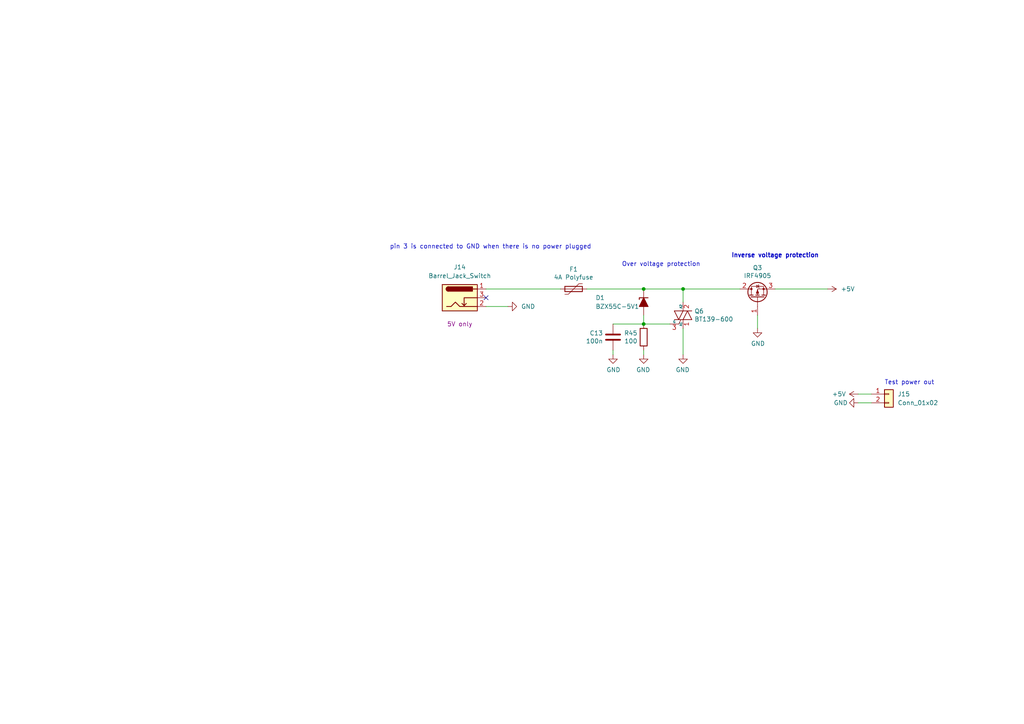
<source format=kicad_sch>
(kicad_sch (version 20231120) (generator "eeschema") (generator_version "8.0")
  (paper "A4")
  (lib_symbols
    (symbol "Connector:Barrel_Jack_Switch" (pin_names hide)
      (property "Reference" "J" (at 0 5.334 0))
      (property "Value" "Barrel_Jack_Switch" (at 0 -5.08 0))
      (symbol "Barrel_Jack_Switch_0_1"
        (rectangle (start -5.08 3.81) (end 5.08 -3.81) (stroke (width 0.254)) (fill (type background)))
        (arc (start -3.302 3.175) (mid -3.9342 2.54) (end -3.302 1.905) (stroke (width 0.254)))
        (arc (start -3.302 3.175) (mid -3.9342 2.54) (end -3.302 1.905) (stroke (width 0.254)) (fill (type outline)))
        (polyline (pts (xy 1.27 -2.286) (xy 1.905 -1.651)) (stroke (width 0.254)))
        (polyline (pts (xy 5.08 2.54) (xy 3.81 2.54)) (stroke (width 0.254)))
        (polyline (pts (xy 5.08 0) (xy 1.27 0) (xy 1.27 -2.286) (xy 0.635 -1.651)) (stroke (width 0.254)))
        (polyline (pts (xy -3.81 -2.54) (xy -2.54 -2.54) (xy -1.27 -1.27) (xy 0 -2.54) (xy 2.54 -2.54) (xy 5.08 -2.54)) (stroke (width 0.254)))
        (rectangle (start 3.683 3.175) (end -3.302 1.905) (stroke (width 0.254)) (fill (type outline)))
      )
      (symbol "Barrel_Jack_Switch_1_1"
        (pin passive line (at 7.62 2.54 180) (length 2.54) (name "~") (number "1"))
        (pin passive line (at 7.62 -2.54 180) (length 2.54) (name "~") (number "2"))
        (pin passive line (at 7.62 0 180) (length 2.54) (name "~") (number "3"))
      )
    )
    (symbol "Connector_Generic:Conn_01x02" (pin_names (offset 1.016) hide)
      (property "Reference" "J" (at 0 2.54 0))
      (property "Value" "Conn_01x02" (at 0 -5.08 0))
      (symbol "Conn_01x02_1_1"
        (rectangle (start -1.27 -2.413) (end 0 -2.667) (stroke (width 0.1524)))
        (rectangle (start -1.27 0.127) (end 0 -0.127) (stroke (width 0.1524)))
        (rectangle (start -1.27 1.27) (end 1.27 -3.81) (stroke (width 0.254)) (fill (type background)))
        (pin passive line (at -5.08 0 0) (length 3.81) (name "Pin_1") (number "1"))
        (pin passive line (at -5.08 -2.54 0) (length 3.81) (name "Pin_2") (number "2"))
      )
    )
    (symbol "Device:C" (pin_numbers hide) (pin_names (offset 0.254))
      (property "Reference" "C" (at 0.635 2.54 0))
      (property "Value" "C" (at 0.635 -2.54 0))
      (symbol "C_0_1"
        (polyline (pts (xy -2.032 -0.762) (xy 2.032 -0.762)) (stroke (width 0.508)))
        (polyline (pts (xy -2.032 0.762) (xy 2.032 0.762)) (stroke (width 0.508)))
      )
      (symbol "C_1_1"
        (pin passive line (at 0 3.81 270) (length 2.794) (name "~") (number "1"))
        (pin passive line (at 0 -3.81 90) (length 2.794) (name "~") (number "2"))
      )
    )
    (symbol "Device:D_Zener_Filled" (pin_numbers hide) (pin_names (offset 1.016) hide)
      (property "Reference" "D" (at 0 2.54 0))
      (property "Value" "D_Zener_Filled" (at 0 -2.54 0))
      (symbol "D_Zener_Filled_0_1"
        (polyline (pts (xy 1.27 0) (xy -1.27 0)))
        (polyline (pts (xy -1.27 -1.27) (xy -1.27 1.27) (xy -0.762 1.27)) (stroke (width 0.254)))
        (polyline (pts (xy 1.27 -1.27) (xy 1.27 1.27) (xy -1.27 0) (xy 1.27 -1.27)) (stroke (width 0.254)) (fill (type outline)))
      )
      (symbol "D_Zener_Filled_1_1"
        (pin passive line (at -3.81 0 0) (length 2.54) (name "K") (number "1"))
        (pin passive line (at 3.81 0 180) (length 2.54) (name "A") (number "2"))
      )
    )
    (symbol "Device:Polyfuse" (pin_numbers hide) (pin_names (offset 0))
      (property "Reference" "F" (at -2.54 0 90))
      (property "Value" "Polyfuse" (at 2.54 0 90))
      (symbol "Polyfuse_0_1"
        (rectangle (start -0.762 2.54) (end 0.762 -2.54) (stroke (width 0.254)))
        (polyline (pts (xy 0 2.54) (xy 0 -2.54)))
        (polyline (pts (xy -1.524 2.54) (xy -1.524 1.524) (xy 1.524 -1.524) (xy 1.524 -2.54)))
      )
      (symbol "Polyfuse_1_1"
        (pin passive line (at 0 3.81 270) (length 1.27) (name "~") (number "1"))
        (pin passive line (at 0 -3.81 90) (length 1.27) (name "~") (number "2"))
      )
    )
    (symbol "Device:Q_PMOS_GDS" (pin_names (offset 0) hide)
      (property "Reference" "Q" (at 5.08 1.27 0))
      (property "Value" "Q_PMOS_GDS" (at 5.08 -1.27 0))
      (symbol "Q_PMOS_GDS_0_1"
        (polyline (pts (xy 0.254 0) (xy -2.54 0)))
        (polyline (pts (xy 0.254 1.905) (xy 0.254 -1.905)) (stroke (width 0.254)))
        (polyline (pts (xy 0.762 -1.27) (xy 0.762 -2.286)) (stroke (width 0.254)))
        (polyline (pts (xy 0.762 0.508) (xy 0.762 -0.508)) (stroke (width 0.254)))
        (polyline (pts (xy 0.762 2.286) (xy 0.762 1.27)) (stroke (width 0.254)))
        (polyline (pts (xy 2.54 2.54) (xy 2.54 1.778)))
        (polyline (pts (xy 2.54 -2.54) (xy 2.54 0) (xy 0.762 0)))
        (polyline (pts (xy 0.762 1.778) (xy 3.302 1.778) (xy 3.302 -1.778) (xy 0.762 -1.778)))
        (polyline (pts (xy 2.286 0) (xy 1.27 0.381) (xy 1.27 -0.381) (xy 2.286 0)) (fill (type outline)))
        (polyline (pts (xy 2.794 -0.508) (xy 2.921 -0.381) (xy 3.683 -0.381) (xy 3.81 -0.254)))
        (polyline (pts (xy 3.302 -0.381) (xy 2.921 0.254) (xy 3.683 0.254) (xy 3.302 -0.381)))
        (circle (center 1.651 0) (radius 2.794) (stroke (width 0.254)))
        (circle (center 2.54 -1.778) (radius 0.254) (fill (type outline)))
        (circle (center 2.54 1.778) (radius 0.254) (fill (type outline)))
      )
      (symbol "Q_PMOS_GDS_1_1"
        (pin input line (at -5.08 0 0) (length 2.54) (name "G") (number "1"))
        (pin passive line (at 2.54 5.08 270) (length 2.54) (name "D") (number "2"))
        (pin passive line (at 2.54 -5.08 90) (length 2.54) (name "S") (number "3"))
      )
    )
    (symbol "Device:R" (pin_numbers hide) (pin_names (offset 0))
      (property "Reference" "R" (at 2.032 0 90))
      (property "Value" "R" (at 0 0 90))
      (symbol "R_0_1"
        (rectangle (start -1.016 -2.54) (end 1.016 2.54) (stroke (width 0.254)))
      )
      (symbol "R_1_1"
        (pin passive line (at 0 3.81 270) (length 1.27) (name "~") (number "1"))
        (pin passive line (at 0 -3.81 90) (length 1.27) (name "~") (number "2"))
      )
    )
    (symbol "Triac_Thyristor:BT136-600" (pin_names (offset 0))
      (property "Reference" "Q" (at 5.08 1.905 0))
      (property "Value" "BT136-600" (at 5.08 0 0))
      (symbol "BT136-600_0_1"
        (polyline (pts (xy -2.54 -1.27) (xy 2.54 -1.27)) (stroke (width 0.2032)))
        (polyline (pts (xy -2.54 1.27) (xy 2.54 1.27)) (stroke (width 0.2032)))
        (polyline (pts (xy -1.27 -2.54) (xy -0.635 -1.27)))
        (polyline (pts (xy -2.54 1.27) (xy -1.27 -1.27) (xy 0 1.27)) (stroke (width 0.2032)))
        (polyline (pts (xy 0 -1.27) (xy 1.27 1.27) (xy 2.54 -1.27)) (stroke (width 0.2032)))
      )
      (symbol "BT136-600_1_1"
        (pin passive line (at 0 -3.81 90) (length 2.54) (name "A1") (number "1"))
        (pin passive line (at 0 3.81 270) (length 2.54) (name "A2") (number "2"))
        (pin input line (at -3.81 -2.54 0) (length 2.54) (name "G") (number "3"))
      )
    )
    (symbol "power:+5V" (power) (pin_names (offset 0))
      (property "Value" "+5V" (at 0 3.556 0))
      (symbol "+5V_0_1"
        (polyline (pts (xy -0.762 1.27) (xy 0 2.54)))
        (polyline (pts (xy 0 0) (xy 0 2.54)))
        (polyline (pts (xy 0 2.54) (xy 0.762 1.27)))
      )
      (symbol "+5V_1_1"
        (pin power_in line (at 0 0 90) (length 0) hide (name "+5V") (number "1"))
      )
    )
    (symbol "power:GND" (power) (pin_names (offset 0))
      (property "Value" "GND" (at 0 -3.81 0))
      (symbol "GND_0_1"
        (polyline (pts (xy 0 0) (xy 0 -1.27) (xy 1.27 -1.27) (xy 0 -2.54) (xy -1.27 -1.27) (xy 0 -1.27)))
      )
      (symbol "GND_1_1"
        (pin power_in line (at 0 0 270) (length 0) hide (name "GND") (number "1"))
      )
    )
  )
  (junction (at 198.12 83.82))
  (junction (at 186.69 93.98))
  (junction (at 186.69 83.82))
  (no_connect (at 140.97 86.36))
  (wire (pts (xy 219.71 91.44) (xy 219.71 95.25)))
  (wire (pts (xy 177.8 102.87) (xy 177.8 101.6)))
  (wire (pts (xy 186.69 91.44) (xy 186.69 93.98)))
  (wire (pts (xy 198.12 87.63) (xy 198.12 83.82)))
  (wire (pts (xy 224.79 83.82) (xy 240.03 83.82)))
  (wire (pts (xy 170.18 83.82) (xy 186.69 83.82)))
  (wire (pts (xy 186.69 102.87) (xy 186.69 101.6)))
  (wire (pts (xy 186.69 83.82) (xy 198.12 83.82)))
  (wire (pts (xy 162.56 83.82) (xy 140.97 83.82)))
  (wire (pts (xy 248.92 114.3) (xy 252.73 114.3)))
  (wire (pts (xy 198.12 102.87) (xy 198.12 95.25)))
  (wire (pts (xy 248.92 116.84) (xy 252.73 116.84)))
  (wire (pts (xy 140.97 88.9) (xy 147.32 88.9)))
  (wire (pts (xy 194.31 93.98) (xy 186.69 93.98)))
  (wire (pts (xy 177.8 93.98) (xy 186.69 93.98)))
  (wire (pts (xy 198.12 83.82) (xy 214.63 83.82)))
  (text "Inverse voltage protection" (at 212.09 74.93 0) (effects (font (size 1.27 1.27) (thickness 0.254) (bold yes)) (justify left bottom)))
  (text "pin 3 is connected to GND when there is no power plugged" (at 113.03 72.39 0) (effects (font (size 1.27 1.27)) (justify left bottom)))
  (text "Test power out\n" (at 256.54 111.76 0) (effects (font (size 1.27 1.27)) (justify left bottom)))
  (text "Over voltage protection" (at 180.34 77.47 0) (effects (font (size 1.27 1.27)) (justify left bottom)))
  (symbol (lib_id "Device:Q_PMOS_GDS") (at 219.71 86.36 90) (unit 1)
    (property "Reference" "Q3" (at 219.71 77.6732 90))
    (property "Value" "IRF4905" (at 219.71 79.9846 90))
    (property "Footprint" "Package_TO_SOT_THT:TO-220-3_Vertical" (effects (hide yes)))
  )
  (symbol (lib_id "power:+5V") (at 240.03 83.82 270) (unit 1)
    (property "Reference" "#PWR069" (effects (hide yes)))
    (property "Value" "+5V" (at 243.84 83.8199 90) (effects (justify left)))
  )
  (symbol (lib_id "power:GND") (at 186.69 102.87 0) (mirror y) (unit 1)
    (property "Reference" "#PWR067" (effects (hide yes)))
    (property "Value" "GND" (at 186.563 107.2642 0))
  )
  (symbol (lib_id "Connector:Barrel_Jack_Switch") (at 133.35 86.36 0) (unit 1)
    (property "Reference" "J14" (at 133.35 77.47 0))
    (property "Value" "Barrel_Jack_Switch" (at 133.35 80.01 0))
    (property "Footprint" "Connector_BarrelJack:BarrelJack_Horizontal" (effects (hide yes)))
    (property "Vomment" "5V only" (at 133.35 93.98 0))
  )
  (symbol (lib_id "power:+5V") (at 248.92 114.3 90) (unit 1)
    (property "Reference" "#PWR038" (effects (hide yes)))
    (property "Value" "+5V" (at 241.3 114.3 90) (effects (justify right)))
  )
  (symbol (lib_id "Device:D_Zener_Filled") (at 186.69 87.63 90) (mirror x) (unit 1)
    (property "Reference" "D1" (at 172.72 86.36 90) (effects (justify right)))
    (property "Value" "BZX55C-5V1" (at 172.72 88.9 90) (effects (justify right)))
    (property "Footprint" "For_Rasterboard:D_DO-35_SOD27_P2.54mm_Vertical_KathodeUp" (effects (hide yes)))
  )
  (symbol (lib_id "power:GND") (at 219.71 95.25 0) (unit 1)
    (property "Reference" "#PWR07" (effects (hide yes)))
    (property "Value" "GND" (at 219.837 99.6442 0))
  )
  (symbol (lib_id "Triac_Thyristor:BT136-600") (at 198.12 91.44 0) (unit 1)
    (property "Reference" "Q6" (at 201.3966 90.2716 0) (effects (justify left)))
    (property "Value" "BT139-600" (at 201.3966 92.583 0) (effects (justify left)))
    (property "Footprint" "Package_TO_SOT_THT:TO-220-3_Vertical" (effects (hide yes)))
    (property "Datasheet" "http://www.micropik.com/PDF/BT136-600.pdf" (effects (hide yes)))
  )
  (symbol (lib_id "power:GND") (at 248.92 116.84 270) (unit 1)
    (property "Reference" "#PWR051" (effects (hide yes)))
    (property "Value" "GND" (at 243.84 116.84 90))
  )
  (symbol (lib_id "Device:Polyfuse") (at 166.37 83.82 270) (unit 1)
    (property "Reference" "F1" (at 166.37 78.105 90))
    (property "Value" "4A Polyfuse" (at 166.37 80.4164 90))
    (property "Footprint" "For_Rasterboard:C_Disc_D3.0mm_W1.6mm_P5.00mm" (effects (hide yes)))
    (property "Distributor" "Orbit" (effects (hide yes)))
  )
  (symbol (lib_id "power:GND") (at 198.12 102.87 0) (mirror y) (unit 1)
    (property "Reference" "#PWR068" (effects (hide yes)))
    (property "Value" "GND" (at 197.993 107.2642 0))
  )
  (symbol (lib_id "Device:R") (at 186.69 97.79 0) (mirror y) (unit 1)
    (property "Reference" "R45" (at 184.912 96.6216 0) (effects (justify left)))
    (property "Value" "100" (at 184.912 98.933 0) (effects (justify left)))
    (property "Footprint" "For_Rasterboard:R_Axial_DIN0207_L6.3mm_D2.5mm_P10.16mm_Horizontal" (effects (hide yes)))
  )
  (symbol (lib_id "Device:C") (at 177.8 97.79 0) (mirror x) (unit 1)
    (property "Reference" "C13" (at 174.9044 96.6216 0) (effects (justify right)))
    (property "Value" "100n" (at 174.9044 98.933 0) (effects (justify right)))
    (property "Footprint" "For_Rasterboard:C_Disc_D3.0mm_W1.6mm_P5.00mm" (effects (hide yes)))
  )
  (symbol (lib_id "Connector_Generic:Conn_01x02") (at 257.81 114.3 0) (unit 1)
    (property "Reference" "J15" (at 260.35 114.2999 0) (effects (justify left)))
    (property "Value" "Conn_01x02" (at 260.35 116.8399 0) (effects (justify left)))
    (property "Footprint" "Connector_PinHeader_2.54mm:PinHeader_1x02_P2.54mm_Vertical" (effects (hide yes)))
  )
  (symbol (lib_id "power:GND") (at 147.32 88.9 90) (unit 1)
    (property "Reference" "#PWR065" (effects (hide yes)))
    (property "Value" "GND" (at 151.13 88.8999 90) (effects (justify right)))
  )
  (symbol (lib_id "power:GND") (at 177.8 102.87 0) (unit 1)
    (property "Reference" "#PWR066" (effects (hide yes)))
    (property "Value" "GND" (at 177.927 107.2642 0))
  )
)
</source>
